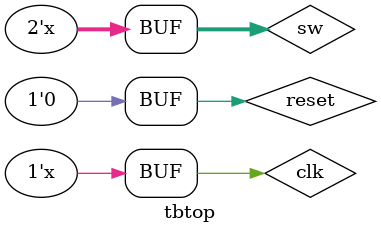
<source format=v>
`timescale 1ns / 1ps


module tbtop;

	// Inputs
	reg [1:0] sw;
	reg clk;
	reg reset;

	// Outputs
	wire [1:0] Q;

	// Instantiate the Unit Under Test (UUT)
	top uut (
		.sw(sw), 
		.clk(clk), 
		.reset(reset), 
		.Q(Q)
	);

	initial begin
		// Initialize Inputs
		sw = 0;
		clk = 0;
		reset = 0;

		// Wait 100 ns for global reset to finish
		#10;
		#10 clk=0; reset=0;
		#10 reset=1;
		#10 reset=0;
		#10;
		#10;
		#10;
		#10;
		#10; sw=2'b11;
        
		// Add stimulus here

	end
		always
			#5 clk = !clk;
		always
			#50 sw=sw+1;
      
endmodule


</source>
